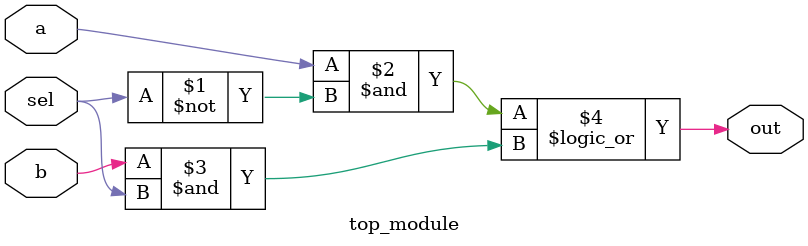
<source format=v>
module top_module( 
    input a, b, sel,
    output out ); 
  assign out = a & ~sel || b & sel;
endmodule

</source>
